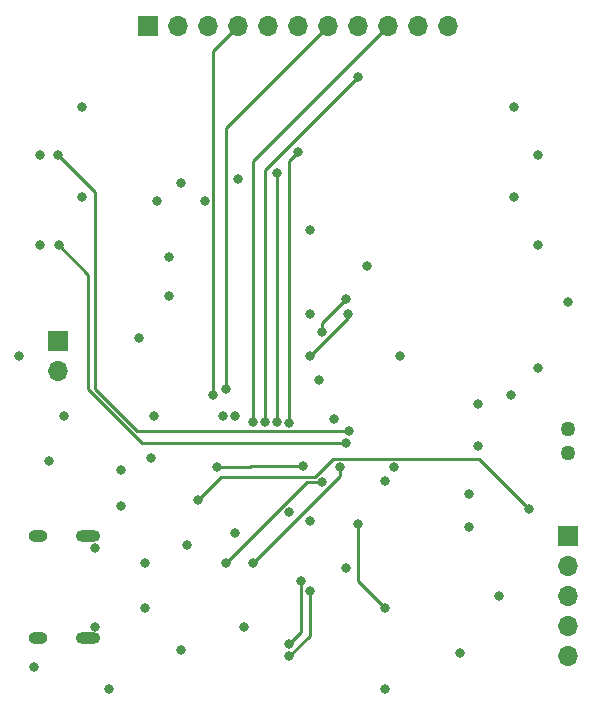
<source format=gbr>
%TF.GenerationSoftware,KiCad,Pcbnew,7.0.7*%
%TF.CreationDate,2023-12-26T11:08:44+08:00*%
%TF.ProjectId,Dice_Roller_SAMD,44696365-5f52-46f6-9c6c-65725f53414d,rev?*%
%TF.SameCoordinates,Original*%
%TF.FileFunction,Copper,L4,Bot*%
%TF.FilePolarity,Positive*%
%FSLAX46Y46*%
G04 Gerber Fmt 4.6, Leading zero omitted, Abs format (unit mm)*
G04 Created by KiCad (PCBNEW 7.0.7) date 2023-12-26 11:08:44*
%MOMM*%
%LPD*%
G01*
G04 APERTURE LIST*
%TA.AperFunction,ComponentPad*%
%ADD10R,1.700000X1.700000*%
%TD*%
%TA.AperFunction,ComponentPad*%
%ADD11O,1.700000X1.700000*%
%TD*%
%TA.AperFunction,ComponentPad*%
%ADD12C,1.270000*%
%TD*%
%TA.AperFunction,ComponentPad*%
%ADD13O,2.100000X1.000000*%
%TD*%
%TA.AperFunction,ComponentPad*%
%ADD14O,1.600000X1.000000*%
%TD*%
%TA.AperFunction,ViaPad*%
%ADD15C,0.800000*%
%TD*%
%TA.AperFunction,Conductor*%
%ADD16C,0.254000*%
%TD*%
%TA.AperFunction,Conductor*%
%ADD17C,0.250000*%
%TD*%
G04 APERTURE END LIST*
D10*
%TO.P,M1,1,+*%
%TO.N,/Module/Vib*%
X157480000Y-135885000D03*
D11*
%TO.P,M1,2,-*%
%TO.N,GND*%
X157480000Y-138425000D03*
%TD*%
D10*
%TO.P,J2,1,Pin_1*%
%TO.N,+3V3*%
X165100000Y-109220000D03*
D11*
%TO.P,J2,2,Pin_2*%
%TO.N,unconnected-(J2-Pin_2-Pad2)*%
X167640000Y-109220000D03*
%TO.P,J2,3,Pin_3*%
%TO.N,GND*%
X170180000Y-109220000D03*
%TO.P,J2,4,Pin_4*%
%TO.N,/Module/SCK*%
X172720000Y-109220000D03*
%TO.P,J2,5,Pin_5*%
%TO.N,/Module/MISO*%
X175260000Y-109220000D03*
%TO.P,J2,6,Pin_6*%
%TO.N,/Module/MOSI*%
X177800000Y-109220000D03*
%TO.P,J2,7,Pin_7*%
%TO.N,/Module/TCS*%
X180340000Y-109220000D03*
%TO.P,J2,8,Pin_8*%
%TO.N,/Module/RST*%
X182880000Y-109220000D03*
%TO.P,J2,9,Pin_9*%
%TO.N,/Module/DC*%
X185420000Y-109220000D03*
%TO.P,J2,10,Pin_10*%
%TO.N,unconnected-(J2-Pin_10-Pad10)*%
X187960000Y-109220000D03*
%TO.P,J2,11,Pin_11*%
%TO.N,unconnected-(J2-Pin_11-Pad11)*%
X190500000Y-109220000D03*
%TD*%
D12*
%TO.P,X1,1,1*%
%TO.N,GND*%
X200660000Y-145320000D03*
%TO.P,X1,2,2*%
%TO.N,VBAT*%
X200660000Y-143319998D03*
%TD*%
D10*
%TO.P,J3,1,Pin_1*%
%TO.N,+3V3*%
X200660000Y-152400000D03*
D11*
%TO.P,J3,2,Pin_2*%
%TO.N,GND*%
X200660000Y-154940000D03*
%TO.P,J3,3,Pin_3*%
%TO.N,/SAMD_51/SWDIO*%
X200660000Y-157480000D03*
%TO.P,J3,4,Pin_4*%
%TO.N,/SAMD_51/SWCLK*%
X200660000Y-160020000D03*
%TO.P,J3,5,Pin_5*%
%TO.N,/SAMD_51/~{RESET}*%
X200660000Y-162560000D03*
%TD*%
D13*
%TO.P,J1,S1,SHIELD*%
%TO.N,GND*%
X160020000Y-152400000D03*
D14*
X155840000Y-152400000D03*
D13*
X160020000Y-161040000D03*
D14*
X155840000Y-161040000D03*
%TD*%
D15*
%TO.N,GND*%
X155430000Y-163500000D03*
X161798000Y-165354000D03*
X178816000Y-133604000D03*
X192278000Y-151638000D03*
X198120000Y-127762000D03*
X172720000Y-122174000D03*
X172466000Y-142240000D03*
X192278000Y-148844000D03*
X154178000Y-137160000D03*
X193040000Y-141224000D03*
X156718000Y-146050000D03*
X181864000Y-155117800D03*
X177042299Y-150372299D03*
X160625000Y-153420498D03*
X198120000Y-120142000D03*
X185166000Y-147714000D03*
X164846000Y-158496000D03*
X166878000Y-128778000D03*
X155956000Y-120142000D03*
X160625000Y-160070000D03*
X162814000Y-149860000D03*
X165354000Y-145796000D03*
X164846000Y-154686000D03*
X155956000Y-127762000D03*
X198120000Y-138176000D03*
X173228000Y-160071000D03*
X186436000Y-137160000D03*
X179578000Y-139192000D03*
X194816000Y-157480000D03*
X193040000Y-144780000D03*
X172466000Y-152146000D03*
X167894000Y-122478200D03*
X200660000Y-132588000D03*
%TO.N,+3V3*%
X168402000Y-153162000D03*
X178816000Y-151063000D03*
X164338000Y-135636000D03*
X185166000Y-165354000D03*
X195834000Y-140462000D03*
X167894000Y-162052000D03*
X162814000Y-146812000D03*
X196070000Y-123660000D03*
X178816000Y-126492000D03*
X159530000Y-123660000D03*
X185928000Y-146557500D03*
X165862000Y-124028200D03*
X159530000Y-116040000D03*
X165608000Y-142240000D03*
X191516000Y-162306000D03*
X169916000Y-124028200D03*
X183642000Y-129540000D03*
X171450000Y-142240000D03*
X180848000Y-142494000D03*
X157988000Y-142240000D03*
X166878000Y-132080000D03*
X196070000Y-116040000D03*
%TO.N,VBUS*%
X169383482Y-149317482D03*
X197358000Y-150088500D03*
%TO.N,/Module/LED1*%
X179827701Y-147823701D03*
X171704000Y-154686000D03*
%TO.N,/Module/LED2*%
X181356000Y-146558000D03*
X173990000Y-154686000D03*
%TO.N,/Module/Pht*%
X185147000Y-158459000D03*
X182880000Y-151384000D03*
%TO.N,/Module/SCK*%
X170640500Y-140468473D03*
%TO.N,/Module/MISO*%
X176022000Y-142748000D03*
X176022000Y-121666000D03*
%TO.N,/Module/MOSI*%
X177800000Y-119888000D03*
X177038000Y-142783500D03*
%TO.N,/Module/TCS*%
X171704000Y-139954000D03*
%TO.N,/Module/RST*%
X182880000Y-113538000D03*
X175006000Y-142748000D03*
%TO.N,/Module/DC*%
X173990000Y-142748000D03*
%TO.N,/SAMD_51/SWDIO*%
X178789000Y-157046921D03*
X177038000Y-162560000D03*
%TO.N,/SAMD_51/SWCLK*%
X177038000Y-161544000D03*
X178064500Y-156210000D03*
%TO.N,/Module/S1*%
X182118000Y-143510000D03*
X157480000Y-120142000D03*
%TO.N,/Module/S2*%
X181864000Y-144526000D03*
X157543000Y-127762000D03*
%TO.N,/SAMD_51/V_DIV*%
X170942000Y-146558000D03*
X178236674Y-146486674D03*
%TO.N,/SAMD_51/FLASH_D3*%
X181864000Y-132334000D03*
X179827701Y-135123701D03*
%TO.N,/SAMD_51/FLASH_SCK*%
X178816000Y-137160000D03*
X182067500Y-133604000D03*
%TD*%
D16*
%TO.N,VBUS*%
X193100000Y-145830500D02*
X197358000Y-150088500D01*
X171329263Y-147371701D02*
X179251567Y-147371701D01*
X179251567Y-147371701D02*
X180792768Y-145830500D01*
X169383482Y-149317482D02*
X171329263Y-147371701D01*
X180792768Y-145830500D02*
X193100000Y-145830500D01*
D17*
%TO.N,/Module/LED1*%
X178181000Y-148209000D02*
X178566299Y-147823701D01*
X171704000Y-154686000D02*
X178181000Y-148209000D01*
X178566299Y-147823701D02*
X179827701Y-147823701D01*
%TO.N,/Module/LED2*%
X181356000Y-147320000D02*
X181356000Y-146558000D01*
X173990000Y-154686000D02*
X181356000Y-147320000D01*
D16*
%TO.N,/Module/Pht*%
X182880000Y-151384000D02*
X182880000Y-156192000D01*
X182880000Y-156192000D02*
X185147000Y-158459000D01*
D17*
%TO.N,/Module/SCK*%
X170640500Y-111299500D02*
X172720000Y-109220000D01*
X170640500Y-140468473D02*
X170640500Y-111299500D01*
D16*
%TO.N,/Module/MISO*%
X175988306Y-121699694D02*
X176022000Y-121666000D01*
X176022000Y-142748000D02*
X176022000Y-121666000D01*
%TO.N,/Module/MOSI*%
X177038000Y-142783500D02*
X177038000Y-120650000D01*
X177038000Y-120650000D02*
X177800000Y-119888000D01*
D17*
%TO.N,/Module/TCS*%
X171704000Y-139954000D02*
X171704000Y-117856000D01*
X171704000Y-117856000D02*
X180340000Y-109220000D01*
%TO.N,/Module/RST*%
X175006000Y-142748000D02*
X175006000Y-121412000D01*
X176530000Y-119888000D02*
X182880000Y-113538000D01*
X175006000Y-121412000D02*
X176530000Y-119888000D01*
D16*
%TO.N,/Module/DC*%
X173990000Y-120650000D02*
X174244000Y-120396000D01*
D17*
X174244000Y-120396000D02*
X185420000Y-109220000D01*
D16*
X173990000Y-142748000D02*
X173990000Y-120650000D01*
D17*
%TO.N,/SAMD_51/SWDIO*%
X178789000Y-160818305D02*
X177047305Y-162560000D01*
X177047305Y-162560000D02*
X177038000Y-162560000D01*
X178789000Y-157046921D02*
X178789000Y-160818305D01*
%TO.N,/SAMD_51/SWCLK*%
X178064500Y-160517500D02*
X177038000Y-161544000D01*
X178064500Y-156210000D02*
X178064500Y-160517500D01*
D16*
%TO.N,/Module/S1*%
X160595026Y-123257026D02*
X157480000Y-120142000D01*
X160595026Y-139886974D02*
X160595026Y-123257026D01*
X164218052Y-143510000D02*
X160595026Y-139886974D01*
X182118000Y-143510000D02*
X164218052Y-143510000D01*
%TO.N,/Module/S2*%
X164592000Y-144526000D02*
X160020000Y-139954000D01*
X160020000Y-130239000D02*
X157543000Y-127762000D01*
X181864000Y-144526000D02*
X164592000Y-144526000D01*
X160020000Y-139954000D02*
X160020000Y-130239000D01*
D17*
%TO.N,/SAMD_51/V_DIV*%
X173807326Y-146486674D02*
X178236674Y-146486674D01*
X173736000Y-146558000D02*
X173807326Y-146486674D01*
X170942000Y-146558000D02*
X173736000Y-146558000D01*
%TO.N,/SAMD_51/FLASH_D3*%
X181864000Y-132334000D02*
X179827701Y-134370299D01*
X179827701Y-134370299D02*
X179827701Y-135123701D01*
%TO.N,/SAMD_51/FLASH_SCK*%
X182067500Y-133604000D02*
X182067500Y-133908500D01*
X182067500Y-133908500D02*
X178816000Y-137160000D01*
%TD*%
M02*

</source>
